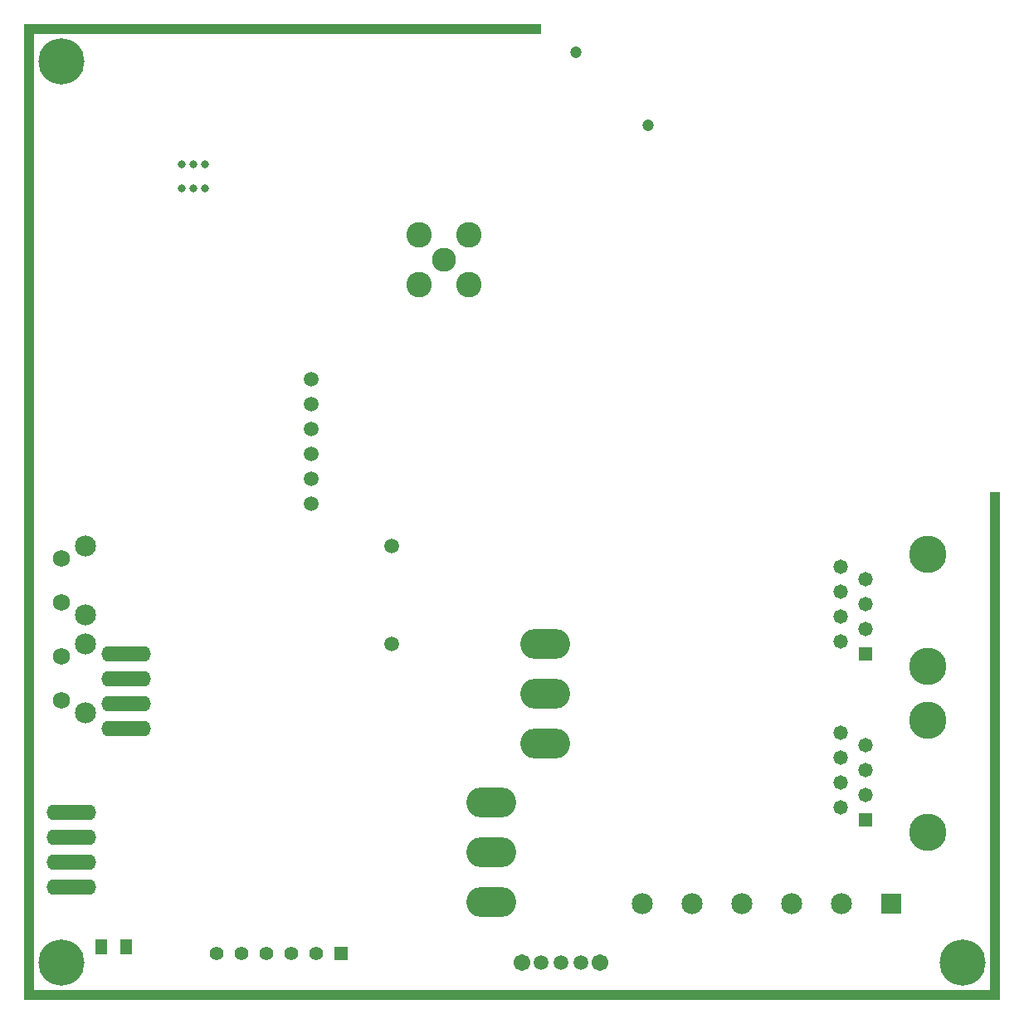
<source format=gbs>
G04*
G04 #@! TF.GenerationSoftware,Altium Limited,Altium Designer,24.5.2 (23)*
G04*
G04 Layer_Color=16711935*
%FSLAX25Y25*%
%MOIN*%
G70*
G04*
G04 #@! TF.SameCoordinates,63800F2C-04A6-48C2-B29F-E79A9F1A880F*
G04*
G04*
G04 #@! TF.FilePolarity,Negative*
G04*
G01*
G75*
%ADD54R,0.04737X0.06391*%
%ADD79R,0.05792X0.05792*%
%ADD80C,0.05792*%
%ADD81C,0.14973*%
%ADD82C,0.00362*%
%ADD83C,0.08477*%
%ADD84C,0.06863*%
%ADD85C,0.04737*%
%ADD86C,0.10249*%
%ADD87C,0.09658*%
%ADD88C,0.05918*%
%ADD89R,0.08477X0.08477*%
%ADD90C,0.05603*%
%ADD91R,0.05603X0.05603*%
%ADD92C,0.06706*%
%ADD93C,0.03162*%
%ADD94C,0.18517*%
%ADD126O,0.20000X0.06221*%
%ADD127O,0.20000X0.12126*%
G36*
X208661Y388779D02*
X4921D01*
Y4921D01*
X388779D01*
Y204724D01*
X392717D01*
Y984D01*
X984D01*
Y4921D01*
Y388779D01*
Y392717D01*
X208661D01*
Y388779D01*
D02*
G37*
D54*
X41846Y22321D02*
D03*
X32004D02*
D03*
D79*
X338957Y139980D02*
D03*
Y73051D02*
D03*
D80*
X328957Y144980D02*
D03*
X338957Y149980D02*
D03*
X328957Y154980D02*
D03*
X338957Y159980D02*
D03*
X328957Y164980D02*
D03*
X338957Y169980D02*
D03*
X328957Y174980D02*
D03*
Y78051D02*
D03*
X338957Y83051D02*
D03*
X328957Y88051D02*
D03*
X338957Y93051D02*
D03*
X328957Y98051D02*
D03*
X338957Y103051D02*
D03*
X328957Y108051D02*
D03*
D81*
X363957Y134980D02*
D03*
Y179980D02*
D03*
Y68051D02*
D03*
Y113051D02*
D03*
D82*
X68779Y331693D02*
D03*
D83*
X25646Y155492D02*
D03*
Y183091D02*
D03*
Y116122D02*
D03*
Y143720D02*
D03*
X329213Y39370D02*
D03*
X309213D02*
D03*
X289213D02*
D03*
X269213D02*
D03*
X249213D02*
D03*
D84*
X15843Y160433D02*
D03*
Y178150D02*
D03*
Y121063D02*
D03*
Y138779D02*
D03*
D85*
X222441Y381616D02*
D03*
X251362Y352160D02*
D03*
D86*
X159565Y288235D02*
D03*
Y308235D02*
D03*
X179565D02*
D03*
Y288235D02*
D03*
D87*
X169565Y298235D02*
D03*
D88*
X116142Y250079D02*
D03*
Y240079D02*
D03*
Y230079D02*
D03*
Y220079D02*
D03*
Y210079D02*
D03*
Y200079D02*
D03*
X148622Y143701D02*
D03*
Y183071D02*
D03*
X208661Y15748D02*
D03*
X216535D02*
D03*
X224410D02*
D03*
D89*
X349213Y39370D02*
D03*
D90*
X78110Y19685D02*
D03*
X88110D02*
D03*
X98110D02*
D03*
X108110D02*
D03*
X118110D02*
D03*
D91*
X128110D02*
D03*
D92*
X200787Y15748D02*
D03*
X232283D02*
D03*
D93*
X73504Y336417D02*
D03*
X68779D02*
D03*
X64055D02*
D03*
Y326969D02*
D03*
X68779D02*
D03*
X73504D02*
D03*
D94*
X377953Y15748D02*
D03*
X15748D02*
D03*
Y377953D02*
D03*
D126*
X41732Y140000D02*
D03*
Y130000D02*
D03*
Y120000D02*
D03*
Y110000D02*
D03*
X19883Y76108D02*
D03*
Y66108D02*
D03*
Y56108D02*
D03*
Y46108D02*
D03*
D127*
X210236Y144016D02*
D03*
Y124016D02*
D03*
Y104016D02*
D03*
X188387Y80124D02*
D03*
Y60124D02*
D03*
Y40124D02*
D03*
M02*

</source>
